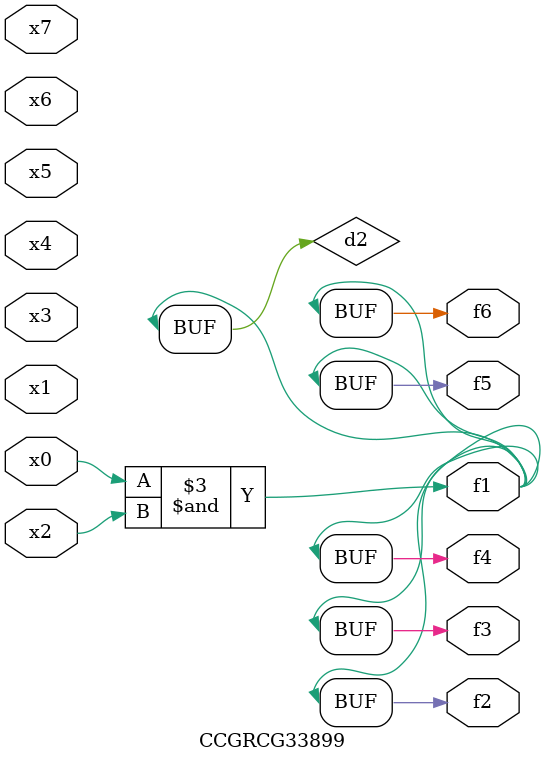
<source format=v>
module CCGRCG33899(
	input x0, x1, x2, x3, x4, x5, x6, x7,
	output f1, f2, f3, f4, f5, f6
);

	wire d1, d2;

	nor (d1, x3, x6);
	and (d2, x0, x2);
	assign f1 = d2;
	assign f2 = d2;
	assign f3 = d2;
	assign f4 = d2;
	assign f5 = d2;
	assign f6 = d2;
endmodule

</source>
